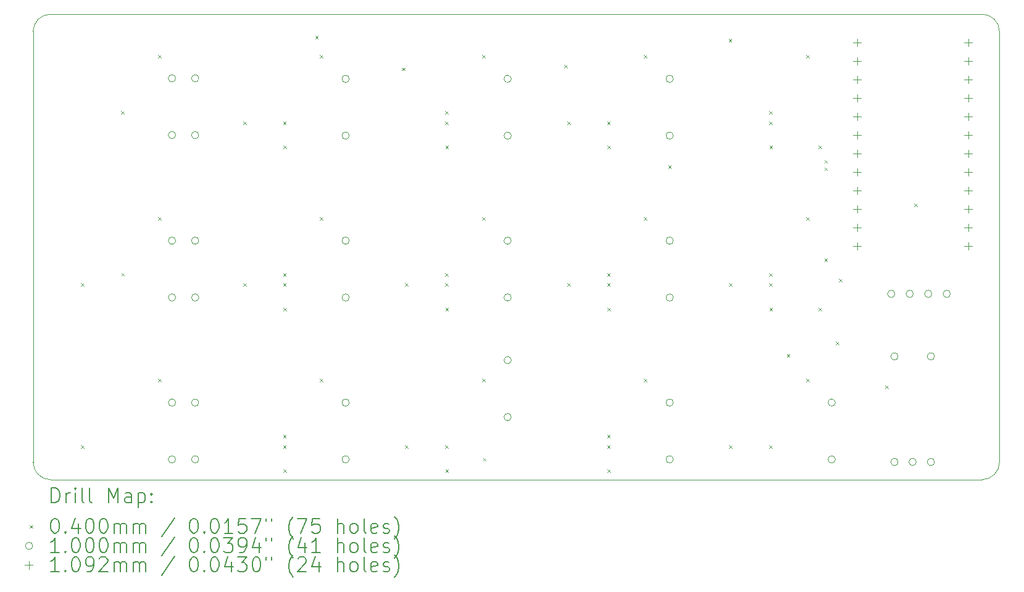
<source format=gbr>
%FSLAX45Y45*%
G04 Gerber Fmt 4.5, Leading zero omitted, Abs format (unit mm)*
G04 Created by KiCad (PCBNEW (6.0.1-0)) date 2023-03-21 08:23:51*
%MOMM*%
%LPD*%
G01*
G04 APERTURE LIST*
%TA.AperFunction,Profile*%
%ADD10C,0.100000*%
%TD*%
%ADD11C,0.200000*%
%ADD12C,0.040000*%
%ADD13C,0.100000*%
%ADD14C,0.109220*%
G04 APERTURE END LIST*
D10*
X7381875Y-5476875D02*
X20161250Y-5476875D01*
X20161250Y-11866562D02*
X7381875Y-11866562D01*
X7143750Y-5715000D02*
X7143750Y-11628437D01*
X20399375Y-5715000D02*
G75*
G03*
X20161250Y-5476875I-238125J0D01*
G01*
X20399375Y-5715000D02*
X20399375Y-11628437D01*
X20161250Y-11866562D02*
G75*
G03*
X20399375Y-11628437I0J238125D01*
G01*
X7143750Y-11628437D02*
G75*
G03*
X7381875Y-11866562I238125J0D01*
G01*
X7381875Y-5476875D02*
G75*
G03*
X7143750Y-5715000I0J-238125D01*
G01*
D11*
D12*
X7801250Y-9171775D02*
X7841250Y-9211775D01*
X7841250Y-9171775D02*
X7801250Y-9211775D01*
X7801250Y-11394275D02*
X7841250Y-11434275D01*
X7841250Y-11394275D02*
X7801250Y-11434275D01*
X8351250Y-6809275D02*
X8391250Y-6849275D01*
X8391250Y-6809275D02*
X8351250Y-6849275D01*
X8354062Y-9028750D02*
X8394063Y-9068750D01*
X8394063Y-9028750D02*
X8354062Y-9068750D01*
X8856250Y-6039375D02*
X8896250Y-6079375D01*
X8896250Y-6039375D02*
X8856250Y-6079375D01*
X8856250Y-8261875D02*
X8896250Y-8301875D01*
X8896250Y-8261875D02*
X8856250Y-8301875D01*
X8856250Y-10484375D02*
X8896250Y-10524375D01*
X8896250Y-10484375D02*
X8856250Y-10524375D01*
X10023750Y-6949275D02*
X10063750Y-6989275D01*
X10063750Y-6949275D02*
X10023750Y-6989275D01*
X10023750Y-9171775D02*
X10063750Y-9211775D01*
X10063750Y-9171775D02*
X10023750Y-9211775D01*
X10573750Y-6949275D02*
X10613750Y-6989275D01*
X10613750Y-6949275D02*
X10573750Y-6989275D01*
X10573750Y-9031775D02*
X10613750Y-9071775D01*
X10613750Y-9031775D02*
X10573750Y-9071775D01*
X10573750Y-9171775D02*
X10613750Y-9211775D01*
X10613750Y-9171775D02*
X10573750Y-9211775D01*
X10573750Y-11254275D02*
X10613750Y-11294275D01*
X10613750Y-11254275D02*
X10573750Y-11294275D01*
X10573750Y-11394275D02*
X10613750Y-11434275D01*
X10613750Y-11394275D02*
X10573750Y-11434275D01*
X10576563Y-7282500D02*
X10616563Y-7322500D01*
X10616563Y-7282500D02*
X10576563Y-7322500D01*
X10576563Y-9505000D02*
X10616563Y-9545000D01*
X10616563Y-9505000D02*
X10576563Y-9545000D01*
X10576563Y-11727500D02*
X10616563Y-11767500D01*
X10616563Y-11727500D02*
X10576563Y-11767500D01*
X11013125Y-5774375D02*
X11053125Y-5814375D01*
X11053125Y-5774375D02*
X11013125Y-5814375D01*
X11078750Y-6039375D02*
X11118750Y-6079375D01*
X11118750Y-6039375D02*
X11078750Y-6079375D01*
X11078750Y-8261875D02*
X11118750Y-8301875D01*
X11118750Y-8261875D02*
X11078750Y-8301875D01*
X11078750Y-10484375D02*
X11118750Y-10524375D01*
X11118750Y-10484375D02*
X11078750Y-10524375D01*
X12203750Y-6210937D02*
X12243750Y-6250937D01*
X12243750Y-6210937D02*
X12203750Y-6250937D01*
X12246250Y-9171775D02*
X12286250Y-9211775D01*
X12286250Y-9171775D02*
X12246250Y-9211775D01*
X12246250Y-11394275D02*
X12286250Y-11434275D01*
X12286250Y-11394275D02*
X12246250Y-11434275D01*
X12796250Y-6809275D02*
X12836250Y-6849275D01*
X12836250Y-6809275D02*
X12796250Y-6849275D01*
X12796250Y-6949275D02*
X12836250Y-6989275D01*
X12836250Y-6949275D02*
X12796250Y-6989275D01*
X12796250Y-9031775D02*
X12836250Y-9071775D01*
X12836250Y-9031775D02*
X12796250Y-9071775D01*
X12796250Y-9171775D02*
X12836250Y-9211775D01*
X12836250Y-9171775D02*
X12796250Y-9211775D01*
X12796250Y-11394275D02*
X12836250Y-11434275D01*
X12836250Y-11394275D02*
X12796250Y-11434275D01*
X12799062Y-7282500D02*
X12839062Y-7322500D01*
X12839062Y-7282500D02*
X12799062Y-7322500D01*
X12799062Y-9505000D02*
X12839062Y-9545000D01*
X12839062Y-9505000D02*
X12799062Y-9545000D01*
X12799062Y-11727500D02*
X12839062Y-11767500D01*
X12839062Y-11727500D02*
X12799062Y-11767500D01*
X13301250Y-6039375D02*
X13341250Y-6079375D01*
X13341250Y-6039375D02*
X13301250Y-6079375D01*
X13301250Y-8261875D02*
X13341250Y-8301875D01*
X13341250Y-8261875D02*
X13301250Y-8301875D01*
X13301250Y-8261875D02*
X13341250Y-8301875D01*
X13341250Y-8261875D02*
X13301250Y-8301875D01*
X13301250Y-10484375D02*
X13341250Y-10524375D01*
X13341250Y-10484375D02*
X13301250Y-10524375D01*
X13315000Y-11568750D02*
X13355000Y-11608750D01*
X13355000Y-11568750D02*
X13315000Y-11608750D01*
X14426250Y-6171250D02*
X14466250Y-6211250D01*
X14466250Y-6171250D02*
X14426250Y-6211250D01*
X14468750Y-6949275D02*
X14508750Y-6989275D01*
X14508750Y-6949275D02*
X14468750Y-6989275D01*
X14468750Y-9171775D02*
X14508750Y-9211775D01*
X14508750Y-9171775D02*
X14468750Y-9211775D01*
X15018750Y-6949275D02*
X15058750Y-6989275D01*
X15058750Y-6949275D02*
X15018750Y-6989275D01*
X15018750Y-9031775D02*
X15058750Y-9071775D01*
X15058750Y-9031775D02*
X15018750Y-9071775D01*
X15018750Y-9171775D02*
X15058750Y-9211775D01*
X15058750Y-9171775D02*
X15018750Y-9211775D01*
X15018750Y-11254275D02*
X15058750Y-11294275D01*
X15058750Y-11254275D02*
X15018750Y-11294275D01*
X15018750Y-11394275D02*
X15058750Y-11434275D01*
X15058750Y-11394275D02*
X15018750Y-11434275D01*
X15021562Y-7282500D02*
X15061562Y-7322500D01*
X15061562Y-7282500D02*
X15021562Y-7322500D01*
X15021562Y-9505000D02*
X15061562Y-9545000D01*
X15061562Y-9505000D02*
X15021562Y-9545000D01*
X15021562Y-11727500D02*
X15061562Y-11767500D01*
X15061562Y-11727500D02*
X15021562Y-11767500D01*
X15523750Y-6039375D02*
X15563750Y-6079375D01*
X15563750Y-6039375D02*
X15523750Y-6079375D01*
X15523750Y-8261875D02*
X15563750Y-8301875D01*
X15563750Y-8261875D02*
X15523750Y-8301875D01*
X15523750Y-10484375D02*
X15563750Y-10524375D01*
X15563750Y-10484375D02*
X15523750Y-10524375D01*
X15855000Y-7553387D02*
X15895000Y-7593387D01*
X15895000Y-7553387D02*
X15855000Y-7593387D01*
X16686250Y-5819375D02*
X16726250Y-5859375D01*
X16726250Y-5819375D02*
X16686250Y-5859375D01*
X16691250Y-9171775D02*
X16731250Y-9211775D01*
X16731250Y-9171775D02*
X16691250Y-9211775D01*
X16691250Y-11394275D02*
X16731250Y-11434275D01*
X16731250Y-11394275D02*
X16691250Y-11434275D01*
X17241250Y-6809275D02*
X17281250Y-6849275D01*
X17281250Y-6809275D02*
X17241250Y-6849275D01*
X17241250Y-6949275D02*
X17281250Y-6989275D01*
X17281250Y-6949275D02*
X17241250Y-6989275D01*
X17241250Y-9031775D02*
X17281250Y-9071775D01*
X17281250Y-9031775D02*
X17241250Y-9071775D01*
X17241250Y-9171775D02*
X17281250Y-9211775D01*
X17281250Y-9171775D02*
X17241250Y-9211775D01*
X17241250Y-11394275D02*
X17281250Y-11434275D01*
X17281250Y-11394275D02*
X17241250Y-11434275D01*
X17244063Y-7282500D02*
X17284063Y-7322500D01*
X17284063Y-7282500D02*
X17244063Y-7322500D01*
X17244063Y-9505000D02*
X17284063Y-9545000D01*
X17284063Y-9505000D02*
X17244063Y-9545000D01*
X17482188Y-10140000D02*
X17522188Y-10180000D01*
X17522188Y-10140000D02*
X17482188Y-10180000D01*
X17746250Y-6039375D02*
X17786250Y-6079375D01*
X17786250Y-6039375D02*
X17746250Y-6079375D01*
X17746250Y-8261875D02*
X17786250Y-8301875D01*
X17786250Y-8261875D02*
X17746250Y-8301875D01*
X17746250Y-10484375D02*
X17786250Y-10524375D01*
X17786250Y-10484375D02*
X17746250Y-10524375D01*
X17918750Y-7282500D02*
X17958750Y-7322500D01*
X17958750Y-7282500D02*
X17918750Y-7322500D01*
X17918750Y-9505000D02*
X17958750Y-9545000D01*
X17958750Y-9505000D02*
X17918750Y-9545000D01*
X17997858Y-7580887D02*
X18037858Y-7620887D01*
X18037858Y-7580887D02*
X17997858Y-7620887D01*
X17998125Y-7480937D02*
X18038125Y-7520937D01*
X18038125Y-7480937D02*
X17998125Y-7520937D01*
X17998125Y-8830313D02*
X18038125Y-8870313D01*
X18038125Y-8830313D02*
X17998125Y-8870313D01*
X18151895Y-9976270D02*
X18191895Y-10016270D01*
X18191895Y-9976270D02*
X18151895Y-10016270D01*
X18196563Y-9108125D02*
X18236563Y-9148125D01*
X18236563Y-9108125D02*
X18196563Y-9148125D01*
X18831563Y-10576563D02*
X18871563Y-10616563D01*
X18871563Y-10576563D02*
X18831563Y-10616563D01*
X19228438Y-8076250D02*
X19268438Y-8116250D01*
X19268438Y-8076250D02*
X19228438Y-8116250D01*
D13*
X9098750Y-6356875D02*
G75*
G03*
X9098750Y-6356875I-50000J0D01*
G01*
X9098750Y-7136875D02*
G75*
G03*
X9098750Y-7136875I-50000J0D01*
G01*
X9098750Y-8586250D02*
G75*
G03*
X9098750Y-8586250I-50000J0D01*
G01*
X9098750Y-9366250D02*
G75*
G03*
X9098750Y-9366250I-50000J0D01*
G01*
X9098750Y-10808750D02*
G75*
G03*
X9098750Y-10808750I-50000J0D01*
G01*
X9098750Y-11588750D02*
G75*
G03*
X9098750Y-11588750I-50000J0D01*
G01*
X9416250Y-6356875D02*
G75*
G03*
X9416250Y-6356875I-50000J0D01*
G01*
X9416250Y-7136875D02*
G75*
G03*
X9416250Y-7136875I-50000J0D01*
G01*
X9416250Y-8586250D02*
G75*
G03*
X9416250Y-8586250I-50000J0D01*
G01*
X9416250Y-9366250D02*
G75*
G03*
X9416250Y-9366250I-50000J0D01*
G01*
X9416250Y-10808750D02*
G75*
G03*
X9416250Y-10808750I-50000J0D01*
G01*
X9416250Y-11588750D02*
G75*
G03*
X9416250Y-11588750I-50000J0D01*
G01*
X11480000Y-6363750D02*
G75*
G03*
X11480000Y-6363750I-50000J0D01*
G01*
X11480000Y-7143750D02*
G75*
G03*
X11480000Y-7143750I-50000J0D01*
G01*
X11480000Y-8586250D02*
G75*
G03*
X11480000Y-8586250I-50000J0D01*
G01*
X11480000Y-9366250D02*
G75*
G03*
X11480000Y-9366250I-50000J0D01*
G01*
X11480000Y-10808750D02*
G75*
G03*
X11480000Y-10808750I-50000J0D01*
G01*
X11480000Y-11588750D02*
G75*
G03*
X11480000Y-11588750I-50000J0D01*
G01*
X13702500Y-6363750D02*
G75*
G03*
X13702500Y-6363750I-50000J0D01*
G01*
X13702500Y-7143750D02*
G75*
G03*
X13702500Y-7143750I-50000J0D01*
G01*
X13702500Y-8586250D02*
G75*
G03*
X13702500Y-8586250I-50000J0D01*
G01*
X13702500Y-9366250D02*
G75*
G03*
X13702500Y-9366250I-50000J0D01*
G01*
X13702500Y-10227500D02*
G75*
G03*
X13702500Y-10227500I-50000J0D01*
G01*
X13702500Y-11007500D02*
G75*
G03*
X13702500Y-11007500I-50000J0D01*
G01*
X15925000Y-6363750D02*
G75*
G03*
X15925000Y-6363750I-50000J0D01*
G01*
X15925000Y-7143750D02*
G75*
G03*
X15925000Y-7143750I-50000J0D01*
G01*
X15925000Y-8586250D02*
G75*
G03*
X15925000Y-8586250I-50000J0D01*
G01*
X15925000Y-9366250D02*
G75*
G03*
X15925000Y-9366250I-50000J0D01*
G01*
X15925000Y-10808750D02*
G75*
G03*
X15925000Y-10808750I-50000J0D01*
G01*
X15925000Y-11588750D02*
G75*
G03*
X15925000Y-11588750I-50000J0D01*
G01*
X18147500Y-10808750D02*
G75*
G03*
X18147500Y-10808750I-50000J0D01*
G01*
X18147500Y-11588750D02*
G75*
G03*
X18147500Y-11588750I-50000J0D01*
G01*
X18963750Y-9316075D02*
G75*
G03*
X18963750Y-9316075I-50000J0D01*
G01*
X19008750Y-10174375D02*
G75*
G03*
X19008750Y-10174375I-50000J0D01*
G01*
X19008750Y-11624375D02*
G75*
G03*
X19008750Y-11624375I-50000J0D01*
G01*
X19217750Y-9316075D02*
G75*
G03*
X19217750Y-9316075I-50000J0D01*
G01*
X19258750Y-11624375D02*
G75*
G03*
X19258750Y-11624375I-50000J0D01*
G01*
X19471750Y-9316075D02*
G75*
G03*
X19471750Y-9316075I-50000J0D01*
G01*
X19508750Y-10174375D02*
G75*
G03*
X19508750Y-10174375I-50000J0D01*
G01*
X19508750Y-11624375D02*
G75*
G03*
X19508750Y-11624375I-50000J0D01*
G01*
X19725750Y-9316075D02*
G75*
G03*
X19725750Y-9316075I-50000J0D01*
G01*
D14*
X18446750Y-5811440D02*
X18446750Y-5920660D01*
X18392140Y-5866050D02*
X18501360Y-5866050D01*
X18446750Y-6065440D02*
X18446750Y-6174660D01*
X18392140Y-6120050D02*
X18501360Y-6120050D01*
X18446750Y-6319440D02*
X18446750Y-6428660D01*
X18392140Y-6374050D02*
X18501360Y-6374050D01*
X18446750Y-6573440D02*
X18446750Y-6682660D01*
X18392140Y-6628050D02*
X18501360Y-6628050D01*
X18446750Y-6827440D02*
X18446750Y-6936660D01*
X18392140Y-6882050D02*
X18501360Y-6882050D01*
X18446750Y-7081440D02*
X18446750Y-7190660D01*
X18392140Y-7136050D02*
X18501360Y-7136050D01*
X18446750Y-7335440D02*
X18446750Y-7444660D01*
X18392140Y-7390050D02*
X18501360Y-7390050D01*
X18446750Y-7589440D02*
X18446750Y-7698660D01*
X18392140Y-7644050D02*
X18501360Y-7644050D01*
X18446750Y-7843440D02*
X18446750Y-7952660D01*
X18392140Y-7898050D02*
X18501360Y-7898050D01*
X18446750Y-8097440D02*
X18446750Y-8206660D01*
X18392140Y-8152050D02*
X18501360Y-8152050D01*
X18446750Y-8351440D02*
X18446750Y-8460660D01*
X18392140Y-8406050D02*
X18501360Y-8406050D01*
X18446750Y-8605440D02*
X18446750Y-8714660D01*
X18392140Y-8660050D02*
X18501360Y-8660050D01*
X19970750Y-5811440D02*
X19970750Y-5920660D01*
X19916140Y-5866050D02*
X20025360Y-5866050D01*
X19970750Y-6065440D02*
X19970750Y-6174660D01*
X19916140Y-6120050D02*
X20025360Y-6120050D01*
X19970750Y-6319440D02*
X19970750Y-6428660D01*
X19916140Y-6374050D02*
X20025360Y-6374050D01*
X19970750Y-6573440D02*
X19970750Y-6682660D01*
X19916140Y-6628050D02*
X20025360Y-6628050D01*
X19970750Y-6827440D02*
X19970750Y-6936660D01*
X19916140Y-6882050D02*
X20025360Y-6882050D01*
X19970750Y-7081440D02*
X19970750Y-7190660D01*
X19916140Y-7136050D02*
X20025360Y-7136050D01*
X19970750Y-7335440D02*
X19970750Y-7444660D01*
X19916140Y-7390050D02*
X20025360Y-7390050D01*
X19970750Y-7589440D02*
X19970750Y-7698660D01*
X19916140Y-7644050D02*
X20025360Y-7644050D01*
X19970750Y-7843440D02*
X19970750Y-7952660D01*
X19916140Y-7898050D02*
X20025360Y-7898050D01*
X19970750Y-8097440D02*
X19970750Y-8206660D01*
X19916140Y-8152050D02*
X20025360Y-8152050D01*
X19970750Y-8351440D02*
X19970750Y-8460660D01*
X19916140Y-8406050D02*
X20025360Y-8406050D01*
X19970750Y-8605440D02*
X19970750Y-8714660D01*
X19916140Y-8660050D02*
X20025360Y-8660050D01*
D11*
X7396369Y-12182039D02*
X7396369Y-11982039D01*
X7443988Y-11982039D01*
X7472559Y-11991562D01*
X7491607Y-12010610D01*
X7501131Y-12029658D01*
X7510655Y-12067753D01*
X7510655Y-12096324D01*
X7501131Y-12134420D01*
X7491607Y-12153467D01*
X7472559Y-12172515D01*
X7443988Y-12182039D01*
X7396369Y-12182039D01*
X7596369Y-12182039D02*
X7596369Y-12048705D01*
X7596369Y-12086800D02*
X7605893Y-12067753D01*
X7615417Y-12058229D01*
X7634464Y-12048705D01*
X7653512Y-12048705D01*
X7720178Y-12182039D02*
X7720178Y-12048705D01*
X7720178Y-11982039D02*
X7710655Y-11991562D01*
X7720178Y-12001086D01*
X7729702Y-11991562D01*
X7720178Y-11982039D01*
X7720178Y-12001086D01*
X7843988Y-12182039D02*
X7824940Y-12172515D01*
X7815417Y-12153467D01*
X7815417Y-11982039D01*
X7948750Y-12182039D02*
X7929702Y-12172515D01*
X7920178Y-12153467D01*
X7920178Y-11982039D01*
X8177321Y-12182039D02*
X8177321Y-11982039D01*
X8243988Y-12124896D01*
X8310655Y-11982039D01*
X8310655Y-12182039D01*
X8491607Y-12182039D02*
X8491607Y-12077277D01*
X8482083Y-12058229D01*
X8463036Y-12048705D01*
X8424940Y-12048705D01*
X8405893Y-12058229D01*
X8491607Y-12172515D02*
X8472560Y-12182039D01*
X8424940Y-12182039D01*
X8405893Y-12172515D01*
X8396369Y-12153467D01*
X8396369Y-12134420D01*
X8405893Y-12115372D01*
X8424940Y-12105848D01*
X8472560Y-12105848D01*
X8491607Y-12096324D01*
X8586845Y-12048705D02*
X8586845Y-12248705D01*
X8586845Y-12058229D02*
X8605893Y-12048705D01*
X8643988Y-12048705D01*
X8663036Y-12058229D01*
X8672560Y-12067753D01*
X8682083Y-12086800D01*
X8682083Y-12143943D01*
X8672560Y-12162991D01*
X8663036Y-12172515D01*
X8643988Y-12182039D01*
X8605893Y-12182039D01*
X8586845Y-12172515D01*
X8767798Y-12162991D02*
X8777321Y-12172515D01*
X8767798Y-12182039D01*
X8758274Y-12172515D01*
X8767798Y-12162991D01*
X8767798Y-12182039D01*
X8767798Y-12058229D02*
X8777321Y-12067753D01*
X8767798Y-12077277D01*
X8758274Y-12067753D01*
X8767798Y-12058229D01*
X8767798Y-12077277D01*
D12*
X7098750Y-12491562D02*
X7138750Y-12531562D01*
X7138750Y-12491562D02*
X7098750Y-12531562D01*
D11*
X7434464Y-12402039D02*
X7453512Y-12402039D01*
X7472559Y-12411562D01*
X7482083Y-12421086D01*
X7491607Y-12440134D01*
X7501131Y-12478229D01*
X7501131Y-12525848D01*
X7491607Y-12563943D01*
X7482083Y-12582991D01*
X7472559Y-12592515D01*
X7453512Y-12602039D01*
X7434464Y-12602039D01*
X7415417Y-12592515D01*
X7405893Y-12582991D01*
X7396369Y-12563943D01*
X7386845Y-12525848D01*
X7386845Y-12478229D01*
X7396369Y-12440134D01*
X7405893Y-12421086D01*
X7415417Y-12411562D01*
X7434464Y-12402039D01*
X7586845Y-12582991D02*
X7596369Y-12592515D01*
X7586845Y-12602039D01*
X7577321Y-12592515D01*
X7586845Y-12582991D01*
X7586845Y-12602039D01*
X7767798Y-12468705D02*
X7767798Y-12602039D01*
X7720178Y-12392515D02*
X7672559Y-12535372D01*
X7796369Y-12535372D01*
X7910655Y-12402039D02*
X7929702Y-12402039D01*
X7948750Y-12411562D01*
X7958274Y-12421086D01*
X7967798Y-12440134D01*
X7977321Y-12478229D01*
X7977321Y-12525848D01*
X7967798Y-12563943D01*
X7958274Y-12582991D01*
X7948750Y-12592515D01*
X7929702Y-12602039D01*
X7910655Y-12602039D01*
X7891607Y-12592515D01*
X7882083Y-12582991D01*
X7872559Y-12563943D01*
X7863036Y-12525848D01*
X7863036Y-12478229D01*
X7872559Y-12440134D01*
X7882083Y-12421086D01*
X7891607Y-12411562D01*
X7910655Y-12402039D01*
X8101131Y-12402039D02*
X8120178Y-12402039D01*
X8139226Y-12411562D01*
X8148750Y-12421086D01*
X8158274Y-12440134D01*
X8167798Y-12478229D01*
X8167798Y-12525848D01*
X8158274Y-12563943D01*
X8148750Y-12582991D01*
X8139226Y-12592515D01*
X8120178Y-12602039D01*
X8101131Y-12602039D01*
X8082083Y-12592515D01*
X8072559Y-12582991D01*
X8063036Y-12563943D01*
X8053512Y-12525848D01*
X8053512Y-12478229D01*
X8063036Y-12440134D01*
X8072559Y-12421086D01*
X8082083Y-12411562D01*
X8101131Y-12402039D01*
X8253512Y-12602039D02*
X8253512Y-12468705D01*
X8253512Y-12487753D02*
X8263036Y-12478229D01*
X8282083Y-12468705D01*
X8310655Y-12468705D01*
X8329702Y-12478229D01*
X8339226Y-12497277D01*
X8339226Y-12602039D01*
X8339226Y-12497277D02*
X8348750Y-12478229D01*
X8367798Y-12468705D01*
X8396369Y-12468705D01*
X8415417Y-12478229D01*
X8424940Y-12497277D01*
X8424940Y-12602039D01*
X8520179Y-12602039D02*
X8520179Y-12468705D01*
X8520179Y-12487753D02*
X8529702Y-12478229D01*
X8548750Y-12468705D01*
X8577321Y-12468705D01*
X8596369Y-12478229D01*
X8605893Y-12497277D01*
X8605893Y-12602039D01*
X8605893Y-12497277D02*
X8615417Y-12478229D01*
X8634464Y-12468705D01*
X8663036Y-12468705D01*
X8682083Y-12478229D01*
X8691607Y-12497277D01*
X8691607Y-12602039D01*
X9082083Y-12392515D02*
X8910655Y-12649658D01*
X9339226Y-12402039D02*
X9358274Y-12402039D01*
X9377321Y-12411562D01*
X9386845Y-12421086D01*
X9396369Y-12440134D01*
X9405893Y-12478229D01*
X9405893Y-12525848D01*
X9396369Y-12563943D01*
X9386845Y-12582991D01*
X9377321Y-12592515D01*
X9358274Y-12602039D01*
X9339226Y-12602039D01*
X9320179Y-12592515D01*
X9310655Y-12582991D01*
X9301131Y-12563943D01*
X9291607Y-12525848D01*
X9291607Y-12478229D01*
X9301131Y-12440134D01*
X9310655Y-12421086D01*
X9320179Y-12411562D01*
X9339226Y-12402039D01*
X9491607Y-12582991D02*
X9501131Y-12592515D01*
X9491607Y-12602039D01*
X9482083Y-12592515D01*
X9491607Y-12582991D01*
X9491607Y-12602039D01*
X9624940Y-12402039D02*
X9643988Y-12402039D01*
X9663036Y-12411562D01*
X9672560Y-12421086D01*
X9682083Y-12440134D01*
X9691607Y-12478229D01*
X9691607Y-12525848D01*
X9682083Y-12563943D01*
X9672560Y-12582991D01*
X9663036Y-12592515D01*
X9643988Y-12602039D01*
X9624940Y-12602039D01*
X9605893Y-12592515D01*
X9596369Y-12582991D01*
X9586845Y-12563943D01*
X9577321Y-12525848D01*
X9577321Y-12478229D01*
X9586845Y-12440134D01*
X9596369Y-12421086D01*
X9605893Y-12411562D01*
X9624940Y-12402039D01*
X9882083Y-12602039D02*
X9767798Y-12602039D01*
X9824940Y-12602039D02*
X9824940Y-12402039D01*
X9805893Y-12430610D01*
X9786845Y-12449658D01*
X9767798Y-12459181D01*
X10063036Y-12402039D02*
X9967798Y-12402039D01*
X9958274Y-12497277D01*
X9967798Y-12487753D01*
X9986845Y-12478229D01*
X10034464Y-12478229D01*
X10053512Y-12487753D01*
X10063036Y-12497277D01*
X10072560Y-12516324D01*
X10072560Y-12563943D01*
X10063036Y-12582991D01*
X10053512Y-12592515D01*
X10034464Y-12602039D01*
X9986845Y-12602039D01*
X9967798Y-12592515D01*
X9958274Y-12582991D01*
X10139226Y-12402039D02*
X10272560Y-12402039D01*
X10186845Y-12602039D01*
X10339226Y-12402039D02*
X10339226Y-12440134D01*
X10415417Y-12402039D02*
X10415417Y-12440134D01*
X10710655Y-12678229D02*
X10701131Y-12668705D01*
X10682083Y-12640134D01*
X10672560Y-12621086D01*
X10663036Y-12592515D01*
X10653512Y-12544896D01*
X10653512Y-12506800D01*
X10663036Y-12459181D01*
X10672560Y-12430610D01*
X10682083Y-12411562D01*
X10701131Y-12382991D01*
X10710655Y-12373467D01*
X10767798Y-12402039D02*
X10901131Y-12402039D01*
X10815417Y-12602039D01*
X11072560Y-12402039D02*
X10977321Y-12402039D01*
X10967798Y-12497277D01*
X10977321Y-12487753D01*
X10996369Y-12478229D01*
X11043988Y-12478229D01*
X11063036Y-12487753D01*
X11072560Y-12497277D01*
X11082083Y-12516324D01*
X11082083Y-12563943D01*
X11072560Y-12582991D01*
X11063036Y-12592515D01*
X11043988Y-12602039D01*
X10996369Y-12602039D01*
X10977321Y-12592515D01*
X10967798Y-12582991D01*
X11320178Y-12602039D02*
X11320178Y-12402039D01*
X11405893Y-12602039D02*
X11405893Y-12497277D01*
X11396369Y-12478229D01*
X11377321Y-12468705D01*
X11348750Y-12468705D01*
X11329702Y-12478229D01*
X11320178Y-12487753D01*
X11529702Y-12602039D02*
X11510655Y-12592515D01*
X11501131Y-12582991D01*
X11491607Y-12563943D01*
X11491607Y-12506800D01*
X11501131Y-12487753D01*
X11510655Y-12478229D01*
X11529702Y-12468705D01*
X11558274Y-12468705D01*
X11577321Y-12478229D01*
X11586845Y-12487753D01*
X11596369Y-12506800D01*
X11596369Y-12563943D01*
X11586845Y-12582991D01*
X11577321Y-12592515D01*
X11558274Y-12602039D01*
X11529702Y-12602039D01*
X11710655Y-12602039D02*
X11691607Y-12592515D01*
X11682083Y-12573467D01*
X11682083Y-12402039D01*
X11863036Y-12592515D02*
X11843988Y-12602039D01*
X11805893Y-12602039D01*
X11786845Y-12592515D01*
X11777321Y-12573467D01*
X11777321Y-12497277D01*
X11786845Y-12478229D01*
X11805893Y-12468705D01*
X11843988Y-12468705D01*
X11863036Y-12478229D01*
X11872559Y-12497277D01*
X11872559Y-12516324D01*
X11777321Y-12535372D01*
X11948750Y-12592515D02*
X11967798Y-12602039D01*
X12005893Y-12602039D01*
X12024940Y-12592515D01*
X12034464Y-12573467D01*
X12034464Y-12563943D01*
X12024940Y-12544896D01*
X12005893Y-12535372D01*
X11977321Y-12535372D01*
X11958274Y-12525848D01*
X11948750Y-12506800D01*
X11948750Y-12497277D01*
X11958274Y-12478229D01*
X11977321Y-12468705D01*
X12005893Y-12468705D01*
X12024940Y-12478229D01*
X12101131Y-12678229D02*
X12110655Y-12668705D01*
X12129702Y-12640134D01*
X12139226Y-12621086D01*
X12148750Y-12592515D01*
X12158274Y-12544896D01*
X12158274Y-12506800D01*
X12148750Y-12459181D01*
X12139226Y-12430610D01*
X12129702Y-12411562D01*
X12110655Y-12382991D01*
X12101131Y-12373467D01*
D13*
X7138750Y-12775562D02*
G75*
G03*
X7138750Y-12775562I-50000J0D01*
G01*
D11*
X7501131Y-12866039D02*
X7386845Y-12866039D01*
X7443988Y-12866039D02*
X7443988Y-12666039D01*
X7424940Y-12694610D01*
X7405893Y-12713658D01*
X7386845Y-12723181D01*
X7586845Y-12846991D02*
X7596369Y-12856515D01*
X7586845Y-12866039D01*
X7577321Y-12856515D01*
X7586845Y-12846991D01*
X7586845Y-12866039D01*
X7720178Y-12666039D02*
X7739226Y-12666039D01*
X7758274Y-12675562D01*
X7767798Y-12685086D01*
X7777321Y-12704134D01*
X7786845Y-12742229D01*
X7786845Y-12789848D01*
X7777321Y-12827943D01*
X7767798Y-12846991D01*
X7758274Y-12856515D01*
X7739226Y-12866039D01*
X7720178Y-12866039D01*
X7701131Y-12856515D01*
X7691607Y-12846991D01*
X7682083Y-12827943D01*
X7672559Y-12789848D01*
X7672559Y-12742229D01*
X7682083Y-12704134D01*
X7691607Y-12685086D01*
X7701131Y-12675562D01*
X7720178Y-12666039D01*
X7910655Y-12666039D02*
X7929702Y-12666039D01*
X7948750Y-12675562D01*
X7958274Y-12685086D01*
X7967798Y-12704134D01*
X7977321Y-12742229D01*
X7977321Y-12789848D01*
X7967798Y-12827943D01*
X7958274Y-12846991D01*
X7948750Y-12856515D01*
X7929702Y-12866039D01*
X7910655Y-12866039D01*
X7891607Y-12856515D01*
X7882083Y-12846991D01*
X7872559Y-12827943D01*
X7863036Y-12789848D01*
X7863036Y-12742229D01*
X7872559Y-12704134D01*
X7882083Y-12685086D01*
X7891607Y-12675562D01*
X7910655Y-12666039D01*
X8101131Y-12666039D02*
X8120178Y-12666039D01*
X8139226Y-12675562D01*
X8148750Y-12685086D01*
X8158274Y-12704134D01*
X8167798Y-12742229D01*
X8167798Y-12789848D01*
X8158274Y-12827943D01*
X8148750Y-12846991D01*
X8139226Y-12856515D01*
X8120178Y-12866039D01*
X8101131Y-12866039D01*
X8082083Y-12856515D01*
X8072559Y-12846991D01*
X8063036Y-12827943D01*
X8053512Y-12789848D01*
X8053512Y-12742229D01*
X8063036Y-12704134D01*
X8072559Y-12685086D01*
X8082083Y-12675562D01*
X8101131Y-12666039D01*
X8253512Y-12866039D02*
X8253512Y-12732705D01*
X8253512Y-12751753D02*
X8263036Y-12742229D01*
X8282083Y-12732705D01*
X8310655Y-12732705D01*
X8329702Y-12742229D01*
X8339226Y-12761277D01*
X8339226Y-12866039D01*
X8339226Y-12761277D02*
X8348750Y-12742229D01*
X8367798Y-12732705D01*
X8396369Y-12732705D01*
X8415417Y-12742229D01*
X8424940Y-12761277D01*
X8424940Y-12866039D01*
X8520179Y-12866039D02*
X8520179Y-12732705D01*
X8520179Y-12751753D02*
X8529702Y-12742229D01*
X8548750Y-12732705D01*
X8577321Y-12732705D01*
X8596369Y-12742229D01*
X8605893Y-12761277D01*
X8605893Y-12866039D01*
X8605893Y-12761277D02*
X8615417Y-12742229D01*
X8634464Y-12732705D01*
X8663036Y-12732705D01*
X8682083Y-12742229D01*
X8691607Y-12761277D01*
X8691607Y-12866039D01*
X9082083Y-12656515D02*
X8910655Y-12913658D01*
X9339226Y-12666039D02*
X9358274Y-12666039D01*
X9377321Y-12675562D01*
X9386845Y-12685086D01*
X9396369Y-12704134D01*
X9405893Y-12742229D01*
X9405893Y-12789848D01*
X9396369Y-12827943D01*
X9386845Y-12846991D01*
X9377321Y-12856515D01*
X9358274Y-12866039D01*
X9339226Y-12866039D01*
X9320179Y-12856515D01*
X9310655Y-12846991D01*
X9301131Y-12827943D01*
X9291607Y-12789848D01*
X9291607Y-12742229D01*
X9301131Y-12704134D01*
X9310655Y-12685086D01*
X9320179Y-12675562D01*
X9339226Y-12666039D01*
X9491607Y-12846991D02*
X9501131Y-12856515D01*
X9491607Y-12866039D01*
X9482083Y-12856515D01*
X9491607Y-12846991D01*
X9491607Y-12866039D01*
X9624940Y-12666039D02*
X9643988Y-12666039D01*
X9663036Y-12675562D01*
X9672560Y-12685086D01*
X9682083Y-12704134D01*
X9691607Y-12742229D01*
X9691607Y-12789848D01*
X9682083Y-12827943D01*
X9672560Y-12846991D01*
X9663036Y-12856515D01*
X9643988Y-12866039D01*
X9624940Y-12866039D01*
X9605893Y-12856515D01*
X9596369Y-12846991D01*
X9586845Y-12827943D01*
X9577321Y-12789848D01*
X9577321Y-12742229D01*
X9586845Y-12704134D01*
X9596369Y-12685086D01*
X9605893Y-12675562D01*
X9624940Y-12666039D01*
X9758274Y-12666039D02*
X9882083Y-12666039D01*
X9815417Y-12742229D01*
X9843988Y-12742229D01*
X9863036Y-12751753D01*
X9872560Y-12761277D01*
X9882083Y-12780324D01*
X9882083Y-12827943D01*
X9872560Y-12846991D01*
X9863036Y-12856515D01*
X9843988Y-12866039D01*
X9786845Y-12866039D01*
X9767798Y-12856515D01*
X9758274Y-12846991D01*
X9977321Y-12866039D02*
X10015417Y-12866039D01*
X10034464Y-12856515D01*
X10043988Y-12846991D01*
X10063036Y-12818420D01*
X10072560Y-12780324D01*
X10072560Y-12704134D01*
X10063036Y-12685086D01*
X10053512Y-12675562D01*
X10034464Y-12666039D01*
X9996369Y-12666039D01*
X9977321Y-12675562D01*
X9967798Y-12685086D01*
X9958274Y-12704134D01*
X9958274Y-12751753D01*
X9967798Y-12770800D01*
X9977321Y-12780324D01*
X9996369Y-12789848D01*
X10034464Y-12789848D01*
X10053512Y-12780324D01*
X10063036Y-12770800D01*
X10072560Y-12751753D01*
X10243988Y-12732705D02*
X10243988Y-12866039D01*
X10196369Y-12656515D02*
X10148750Y-12799372D01*
X10272560Y-12799372D01*
X10339226Y-12666039D02*
X10339226Y-12704134D01*
X10415417Y-12666039D02*
X10415417Y-12704134D01*
X10710655Y-12942229D02*
X10701131Y-12932705D01*
X10682083Y-12904134D01*
X10672560Y-12885086D01*
X10663036Y-12856515D01*
X10653512Y-12808896D01*
X10653512Y-12770800D01*
X10663036Y-12723181D01*
X10672560Y-12694610D01*
X10682083Y-12675562D01*
X10701131Y-12646991D01*
X10710655Y-12637467D01*
X10872560Y-12732705D02*
X10872560Y-12866039D01*
X10824940Y-12656515D02*
X10777321Y-12799372D01*
X10901131Y-12799372D01*
X11082083Y-12866039D02*
X10967798Y-12866039D01*
X11024940Y-12866039D02*
X11024940Y-12666039D01*
X11005893Y-12694610D01*
X10986845Y-12713658D01*
X10967798Y-12723181D01*
X11320178Y-12866039D02*
X11320178Y-12666039D01*
X11405893Y-12866039D02*
X11405893Y-12761277D01*
X11396369Y-12742229D01*
X11377321Y-12732705D01*
X11348750Y-12732705D01*
X11329702Y-12742229D01*
X11320178Y-12751753D01*
X11529702Y-12866039D02*
X11510655Y-12856515D01*
X11501131Y-12846991D01*
X11491607Y-12827943D01*
X11491607Y-12770800D01*
X11501131Y-12751753D01*
X11510655Y-12742229D01*
X11529702Y-12732705D01*
X11558274Y-12732705D01*
X11577321Y-12742229D01*
X11586845Y-12751753D01*
X11596369Y-12770800D01*
X11596369Y-12827943D01*
X11586845Y-12846991D01*
X11577321Y-12856515D01*
X11558274Y-12866039D01*
X11529702Y-12866039D01*
X11710655Y-12866039D02*
X11691607Y-12856515D01*
X11682083Y-12837467D01*
X11682083Y-12666039D01*
X11863036Y-12856515D02*
X11843988Y-12866039D01*
X11805893Y-12866039D01*
X11786845Y-12856515D01*
X11777321Y-12837467D01*
X11777321Y-12761277D01*
X11786845Y-12742229D01*
X11805893Y-12732705D01*
X11843988Y-12732705D01*
X11863036Y-12742229D01*
X11872559Y-12761277D01*
X11872559Y-12780324D01*
X11777321Y-12799372D01*
X11948750Y-12856515D02*
X11967798Y-12866039D01*
X12005893Y-12866039D01*
X12024940Y-12856515D01*
X12034464Y-12837467D01*
X12034464Y-12827943D01*
X12024940Y-12808896D01*
X12005893Y-12799372D01*
X11977321Y-12799372D01*
X11958274Y-12789848D01*
X11948750Y-12770800D01*
X11948750Y-12761277D01*
X11958274Y-12742229D01*
X11977321Y-12732705D01*
X12005893Y-12732705D01*
X12024940Y-12742229D01*
X12101131Y-12942229D02*
X12110655Y-12932705D01*
X12129702Y-12904134D01*
X12139226Y-12885086D01*
X12148750Y-12856515D01*
X12158274Y-12808896D01*
X12158274Y-12770800D01*
X12148750Y-12723181D01*
X12139226Y-12694610D01*
X12129702Y-12675562D01*
X12110655Y-12646991D01*
X12101131Y-12637467D01*
D14*
X7084140Y-12984952D02*
X7084140Y-13094172D01*
X7029530Y-13039562D02*
X7138750Y-13039562D01*
D11*
X7501131Y-13130039D02*
X7386845Y-13130039D01*
X7443988Y-13130039D02*
X7443988Y-12930039D01*
X7424940Y-12958610D01*
X7405893Y-12977658D01*
X7386845Y-12987181D01*
X7586845Y-13110991D02*
X7596369Y-13120515D01*
X7586845Y-13130039D01*
X7577321Y-13120515D01*
X7586845Y-13110991D01*
X7586845Y-13130039D01*
X7720178Y-12930039D02*
X7739226Y-12930039D01*
X7758274Y-12939562D01*
X7767798Y-12949086D01*
X7777321Y-12968134D01*
X7786845Y-13006229D01*
X7786845Y-13053848D01*
X7777321Y-13091943D01*
X7767798Y-13110991D01*
X7758274Y-13120515D01*
X7739226Y-13130039D01*
X7720178Y-13130039D01*
X7701131Y-13120515D01*
X7691607Y-13110991D01*
X7682083Y-13091943D01*
X7672559Y-13053848D01*
X7672559Y-13006229D01*
X7682083Y-12968134D01*
X7691607Y-12949086D01*
X7701131Y-12939562D01*
X7720178Y-12930039D01*
X7882083Y-13130039D02*
X7920178Y-13130039D01*
X7939226Y-13120515D01*
X7948750Y-13110991D01*
X7967798Y-13082420D01*
X7977321Y-13044324D01*
X7977321Y-12968134D01*
X7967798Y-12949086D01*
X7958274Y-12939562D01*
X7939226Y-12930039D01*
X7901131Y-12930039D01*
X7882083Y-12939562D01*
X7872559Y-12949086D01*
X7863036Y-12968134D01*
X7863036Y-13015753D01*
X7872559Y-13034800D01*
X7882083Y-13044324D01*
X7901131Y-13053848D01*
X7939226Y-13053848D01*
X7958274Y-13044324D01*
X7967798Y-13034800D01*
X7977321Y-13015753D01*
X8053512Y-12949086D02*
X8063036Y-12939562D01*
X8082083Y-12930039D01*
X8129702Y-12930039D01*
X8148750Y-12939562D01*
X8158274Y-12949086D01*
X8167798Y-12968134D01*
X8167798Y-12987181D01*
X8158274Y-13015753D01*
X8043988Y-13130039D01*
X8167798Y-13130039D01*
X8253512Y-13130039D02*
X8253512Y-12996705D01*
X8253512Y-13015753D02*
X8263036Y-13006229D01*
X8282083Y-12996705D01*
X8310655Y-12996705D01*
X8329702Y-13006229D01*
X8339226Y-13025277D01*
X8339226Y-13130039D01*
X8339226Y-13025277D02*
X8348750Y-13006229D01*
X8367798Y-12996705D01*
X8396369Y-12996705D01*
X8415417Y-13006229D01*
X8424940Y-13025277D01*
X8424940Y-13130039D01*
X8520179Y-13130039D02*
X8520179Y-12996705D01*
X8520179Y-13015753D02*
X8529702Y-13006229D01*
X8548750Y-12996705D01*
X8577321Y-12996705D01*
X8596369Y-13006229D01*
X8605893Y-13025277D01*
X8605893Y-13130039D01*
X8605893Y-13025277D02*
X8615417Y-13006229D01*
X8634464Y-12996705D01*
X8663036Y-12996705D01*
X8682083Y-13006229D01*
X8691607Y-13025277D01*
X8691607Y-13130039D01*
X9082083Y-12920515D02*
X8910655Y-13177658D01*
X9339226Y-12930039D02*
X9358274Y-12930039D01*
X9377321Y-12939562D01*
X9386845Y-12949086D01*
X9396369Y-12968134D01*
X9405893Y-13006229D01*
X9405893Y-13053848D01*
X9396369Y-13091943D01*
X9386845Y-13110991D01*
X9377321Y-13120515D01*
X9358274Y-13130039D01*
X9339226Y-13130039D01*
X9320179Y-13120515D01*
X9310655Y-13110991D01*
X9301131Y-13091943D01*
X9291607Y-13053848D01*
X9291607Y-13006229D01*
X9301131Y-12968134D01*
X9310655Y-12949086D01*
X9320179Y-12939562D01*
X9339226Y-12930039D01*
X9491607Y-13110991D02*
X9501131Y-13120515D01*
X9491607Y-13130039D01*
X9482083Y-13120515D01*
X9491607Y-13110991D01*
X9491607Y-13130039D01*
X9624940Y-12930039D02*
X9643988Y-12930039D01*
X9663036Y-12939562D01*
X9672560Y-12949086D01*
X9682083Y-12968134D01*
X9691607Y-13006229D01*
X9691607Y-13053848D01*
X9682083Y-13091943D01*
X9672560Y-13110991D01*
X9663036Y-13120515D01*
X9643988Y-13130039D01*
X9624940Y-13130039D01*
X9605893Y-13120515D01*
X9596369Y-13110991D01*
X9586845Y-13091943D01*
X9577321Y-13053848D01*
X9577321Y-13006229D01*
X9586845Y-12968134D01*
X9596369Y-12949086D01*
X9605893Y-12939562D01*
X9624940Y-12930039D01*
X9863036Y-12996705D02*
X9863036Y-13130039D01*
X9815417Y-12920515D02*
X9767798Y-13063372D01*
X9891607Y-13063372D01*
X9948750Y-12930039D02*
X10072560Y-12930039D01*
X10005893Y-13006229D01*
X10034464Y-13006229D01*
X10053512Y-13015753D01*
X10063036Y-13025277D01*
X10072560Y-13044324D01*
X10072560Y-13091943D01*
X10063036Y-13110991D01*
X10053512Y-13120515D01*
X10034464Y-13130039D01*
X9977321Y-13130039D01*
X9958274Y-13120515D01*
X9948750Y-13110991D01*
X10196369Y-12930039D02*
X10215417Y-12930039D01*
X10234464Y-12939562D01*
X10243988Y-12949086D01*
X10253512Y-12968134D01*
X10263036Y-13006229D01*
X10263036Y-13053848D01*
X10253512Y-13091943D01*
X10243988Y-13110991D01*
X10234464Y-13120515D01*
X10215417Y-13130039D01*
X10196369Y-13130039D01*
X10177321Y-13120515D01*
X10167798Y-13110991D01*
X10158274Y-13091943D01*
X10148750Y-13053848D01*
X10148750Y-13006229D01*
X10158274Y-12968134D01*
X10167798Y-12949086D01*
X10177321Y-12939562D01*
X10196369Y-12930039D01*
X10339226Y-12930039D02*
X10339226Y-12968134D01*
X10415417Y-12930039D02*
X10415417Y-12968134D01*
X10710655Y-13206229D02*
X10701131Y-13196705D01*
X10682083Y-13168134D01*
X10672560Y-13149086D01*
X10663036Y-13120515D01*
X10653512Y-13072896D01*
X10653512Y-13034800D01*
X10663036Y-12987181D01*
X10672560Y-12958610D01*
X10682083Y-12939562D01*
X10701131Y-12910991D01*
X10710655Y-12901467D01*
X10777321Y-12949086D02*
X10786845Y-12939562D01*
X10805893Y-12930039D01*
X10853512Y-12930039D01*
X10872560Y-12939562D01*
X10882083Y-12949086D01*
X10891607Y-12968134D01*
X10891607Y-12987181D01*
X10882083Y-13015753D01*
X10767798Y-13130039D01*
X10891607Y-13130039D01*
X11063036Y-12996705D02*
X11063036Y-13130039D01*
X11015417Y-12920515D02*
X10967798Y-13063372D01*
X11091607Y-13063372D01*
X11320178Y-13130039D02*
X11320178Y-12930039D01*
X11405893Y-13130039D02*
X11405893Y-13025277D01*
X11396369Y-13006229D01*
X11377321Y-12996705D01*
X11348750Y-12996705D01*
X11329702Y-13006229D01*
X11320178Y-13015753D01*
X11529702Y-13130039D02*
X11510655Y-13120515D01*
X11501131Y-13110991D01*
X11491607Y-13091943D01*
X11491607Y-13034800D01*
X11501131Y-13015753D01*
X11510655Y-13006229D01*
X11529702Y-12996705D01*
X11558274Y-12996705D01*
X11577321Y-13006229D01*
X11586845Y-13015753D01*
X11596369Y-13034800D01*
X11596369Y-13091943D01*
X11586845Y-13110991D01*
X11577321Y-13120515D01*
X11558274Y-13130039D01*
X11529702Y-13130039D01*
X11710655Y-13130039D02*
X11691607Y-13120515D01*
X11682083Y-13101467D01*
X11682083Y-12930039D01*
X11863036Y-13120515D02*
X11843988Y-13130039D01*
X11805893Y-13130039D01*
X11786845Y-13120515D01*
X11777321Y-13101467D01*
X11777321Y-13025277D01*
X11786845Y-13006229D01*
X11805893Y-12996705D01*
X11843988Y-12996705D01*
X11863036Y-13006229D01*
X11872559Y-13025277D01*
X11872559Y-13044324D01*
X11777321Y-13063372D01*
X11948750Y-13120515D02*
X11967798Y-13130039D01*
X12005893Y-13130039D01*
X12024940Y-13120515D01*
X12034464Y-13101467D01*
X12034464Y-13091943D01*
X12024940Y-13072896D01*
X12005893Y-13063372D01*
X11977321Y-13063372D01*
X11958274Y-13053848D01*
X11948750Y-13034800D01*
X11948750Y-13025277D01*
X11958274Y-13006229D01*
X11977321Y-12996705D01*
X12005893Y-12996705D01*
X12024940Y-13006229D01*
X12101131Y-13206229D02*
X12110655Y-13196705D01*
X12129702Y-13168134D01*
X12139226Y-13149086D01*
X12148750Y-13120515D01*
X12158274Y-13072896D01*
X12158274Y-13034800D01*
X12148750Y-12987181D01*
X12139226Y-12958610D01*
X12129702Y-12939562D01*
X12110655Y-12910991D01*
X12101131Y-12901467D01*
M02*

</source>
